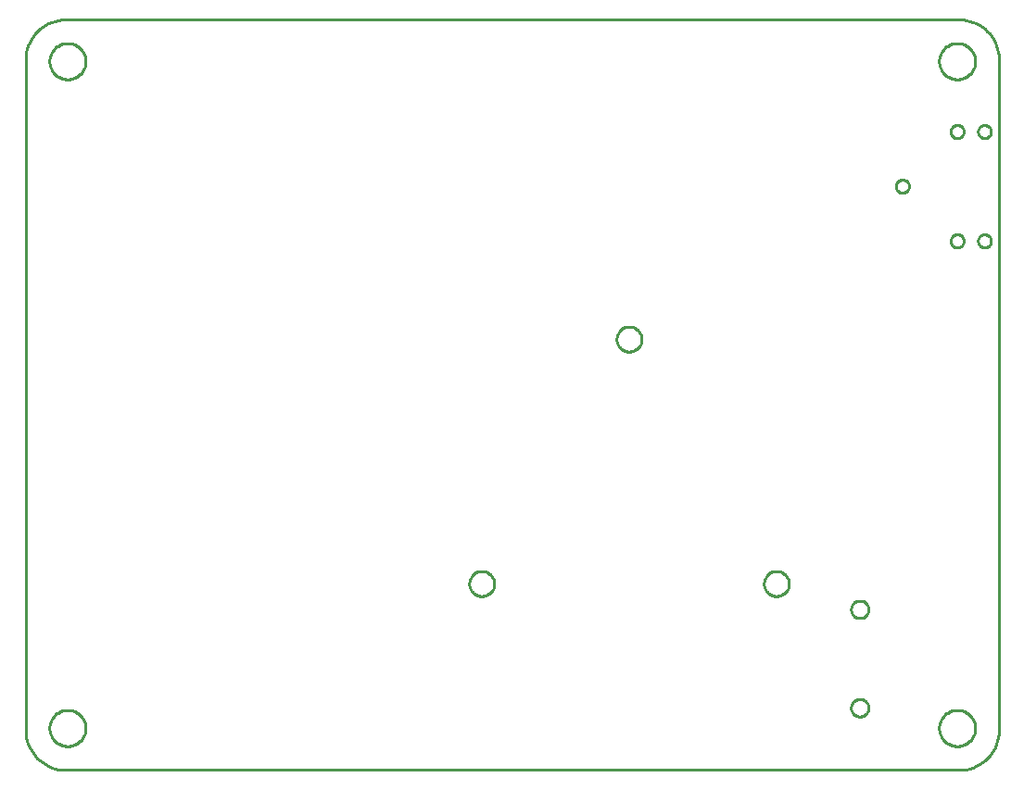
<source format=gbr>
G04 EAGLE Gerber RS-274X export*
G75*
%MOMM*%
%FSLAX34Y34*%
%LPD*%
%IN*%
%IPPOS*%
%AMOC8*
5,1,8,0,0,1.08239X$1,22.5*%
G01*
%ADD10C,0.254000*%


D10*
X0Y35921D02*
X137Y32790D01*
X546Y29683D01*
X1224Y26624D01*
X2166Y23635D01*
X3366Y20740D01*
X4813Y17961D01*
X6496Y15318D01*
X8404Y12831D01*
X10521Y10521D01*
X12831Y8404D01*
X15318Y6496D01*
X17961Y4813D01*
X20740Y3366D01*
X23635Y2166D01*
X26624Y1224D01*
X29683Y546D01*
X32790Y137D01*
X35921Y0D01*
X853079Y0D01*
X856210Y137D01*
X859317Y546D01*
X862376Y1224D01*
X865365Y2166D01*
X868260Y3366D01*
X871040Y4813D01*
X873682Y6496D01*
X876169Y8404D01*
X878479Y10521D01*
X880596Y12831D01*
X882504Y15318D01*
X884188Y17961D01*
X885634Y20740D01*
X886834Y23635D01*
X887776Y26624D01*
X888454Y29683D01*
X888863Y32790D01*
X889000Y35921D01*
X889000Y649879D01*
X888863Y653010D01*
X888454Y656117D01*
X887776Y659176D01*
X886834Y662165D01*
X885634Y665060D01*
X884188Y667840D01*
X882504Y670482D01*
X880596Y672969D01*
X878479Y675279D01*
X876169Y677396D01*
X873682Y679304D01*
X871040Y680988D01*
X868260Y682434D01*
X865365Y683634D01*
X862376Y684576D01*
X859317Y685254D01*
X856210Y685663D01*
X853079Y685800D01*
X35921Y685800D01*
X32790Y685663D01*
X29683Y685254D01*
X26624Y684576D01*
X23635Y683634D01*
X20740Y682434D01*
X17961Y680988D01*
X15318Y679304D01*
X12831Y677396D01*
X10521Y675279D01*
X8404Y672969D01*
X6496Y670482D01*
X4813Y667840D01*
X3366Y665060D01*
X2166Y662165D01*
X1224Y659176D01*
X546Y656117D01*
X137Y653010D01*
X0Y649879D01*
X0Y35921D01*
X562610Y394149D02*
X562540Y395045D01*
X562399Y395932D01*
X562189Y396805D01*
X561912Y397659D01*
X561568Y398489D01*
X561160Y399289D01*
X560691Y400055D01*
X560163Y400782D01*
X559580Y401465D01*
X558945Y402100D01*
X558262Y402683D01*
X557535Y403211D01*
X556769Y403680D01*
X555969Y404088D01*
X555139Y404432D01*
X554285Y404709D01*
X553412Y404919D01*
X552525Y405060D01*
X551629Y405130D01*
X550731Y405130D01*
X549836Y405060D01*
X548948Y404919D01*
X548075Y404709D01*
X547221Y404432D01*
X546391Y404088D01*
X545591Y403680D01*
X544825Y403211D01*
X544098Y402683D01*
X543415Y402100D01*
X542780Y401465D01*
X542197Y400782D01*
X541669Y400055D01*
X541200Y399289D01*
X540792Y398489D01*
X540448Y397659D01*
X540171Y396805D01*
X539961Y395932D01*
X539820Y395045D01*
X539750Y394149D01*
X539750Y393251D01*
X539820Y392356D01*
X539961Y391468D01*
X540171Y390595D01*
X540448Y389741D01*
X540792Y388911D01*
X541200Y388111D01*
X541669Y387345D01*
X542197Y386618D01*
X542780Y385935D01*
X543415Y385300D01*
X544098Y384717D01*
X544825Y384189D01*
X545591Y383720D01*
X546391Y383312D01*
X547221Y382968D01*
X548075Y382691D01*
X548948Y382481D01*
X549836Y382340D01*
X550731Y382270D01*
X551629Y382270D01*
X552525Y382340D01*
X553412Y382481D01*
X554285Y382691D01*
X555139Y382968D01*
X555969Y383312D01*
X556769Y383720D01*
X557535Y384189D01*
X558262Y384717D01*
X558945Y385300D01*
X559580Y385935D01*
X560163Y386618D01*
X560691Y387345D01*
X561160Y388111D01*
X561568Y388911D01*
X561912Y389741D01*
X562189Y390595D01*
X562399Y391468D01*
X562540Y392356D01*
X562610Y393251D01*
X562610Y394149D01*
X427990Y170629D02*
X427920Y171525D01*
X427779Y172412D01*
X427569Y173285D01*
X427292Y174139D01*
X426948Y174969D01*
X426540Y175769D01*
X426071Y176535D01*
X425543Y177262D01*
X424960Y177945D01*
X424325Y178580D01*
X423642Y179163D01*
X422915Y179691D01*
X422149Y180160D01*
X421349Y180568D01*
X420519Y180912D01*
X419665Y181189D01*
X418792Y181399D01*
X417905Y181540D01*
X417009Y181610D01*
X416111Y181610D01*
X415216Y181540D01*
X414328Y181399D01*
X413455Y181189D01*
X412601Y180912D01*
X411771Y180568D01*
X410971Y180160D01*
X410205Y179691D01*
X409478Y179163D01*
X408795Y178580D01*
X408160Y177945D01*
X407577Y177262D01*
X407049Y176535D01*
X406580Y175769D01*
X406172Y174969D01*
X405828Y174139D01*
X405551Y173285D01*
X405341Y172412D01*
X405200Y171525D01*
X405130Y170629D01*
X405130Y169731D01*
X405200Y168836D01*
X405341Y167948D01*
X405551Y167075D01*
X405828Y166221D01*
X406172Y165391D01*
X406580Y164591D01*
X407049Y163825D01*
X407577Y163098D01*
X408160Y162415D01*
X408795Y161780D01*
X409478Y161197D01*
X410205Y160669D01*
X410971Y160200D01*
X411771Y159792D01*
X412601Y159448D01*
X413455Y159171D01*
X414328Y158961D01*
X415216Y158820D01*
X416111Y158750D01*
X417009Y158750D01*
X417905Y158820D01*
X418792Y158961D01*
X419665Y159171D01*
X420519Y159448D01*
X421349Y159792D01*
X422149Y160200D01*
X422915Y160669D01*
X423642Y161197D01*
X424325Y161780D01*
X424960Y162415D01*
X425543Y163098D01*
X426071Y163825D01*
X426540Y164591D01*
X426948Y165391D01*
X427292Y166221D01*
X427569Y167075D01*
X427779Y167948D01*
X427920Y168836D01*
X427990Y169731D01*
X427990Y170629D01*
X697230Y170629D02*
X697160Y171525D01*
X697019Y172412D01*
X696809Y173285D01*
X696532Y174139D01*
X696188Y174969D01*
X695780Y175769D01*
X695311Y176535D01*
X694783Y177262D01*
X694200Y177945D01*
X693565Y178580D01*
X692882Y179163D01*
X692155Y179691D01*
X691389Y180160D01*
X690589Y180568D01*
X689759Y180912D01*
X688905Y181189D01*
X688032Y181399D01*
X687145Y181540D01*
X686249Y181610D01*
X685351Y181610D01*
X684456Y181540D01*
X683568Y181399D01*
X682695Y181189D01*
X681841Y180912D01*
X681011Y180568D01*
X680211Y180160D01*
X679445Y179691D01*
X678718Y179163D01*
X678035Y178580D01*
X677400Y177945D01*
X676817Y177262D01*
X676289Y176535D01*
X675820Y175769D01*
X675412Y174969D01*
X675068Y174139D01*
X674791Y173285D01*
X674581Y172412D01*
X674440Y171525D01*
X674370Y170629D01*
X674370Y169731D01*
X674440Y168836D01*
X674581Y167948D01*
X674791Y167075D01*
X675068Y166221D01*
X675412Y165391D01*
X675820Y164591D01*
X676289Y163825D01*
X676817Y163098D01*
X677400Y162415D01*
X678035Y161780D01*
X678718Y161197D01*
X679445Y160669D01*
X680211Y160200D01*
X681011Y159792D01*
X681841Y159448D01*
X682695Y159171D01*
X683568Y158961D01*
X684456Y158820D01*
X685351Y158750D01*
X686249Y158750D01*
X687145Y158820D01*
X688032Y158961D01*
X688905Y159171D01*
X689759Y159448D01*
X690589Y159792D01*
X691389Y160200D01*
X692155Y160669D01*
X692882Y161197D01*
X693565Y161780D01*
X694200Y162415D01*
X694783Y163098D01*
X695311Y163825D01*
X695780Y164591D01*
X696188Y165391D01*
X696532Y166221D01*
X696809Y167075D01*
X697019Y167948D01*
X697160Y168836D01*
X697230Y169731D01*
X697230Y170629D01*
X754000Y56993D02*
X754077Y57775D01*
X754230Y58546D01*
X754459Y59298D01*
X754759Y60025D01*
X755130Y60718D01*
X755567Y61371D01*
X756065Y61979D01*
X756621Y62535D01*
X757229Y63033D01*
X757882Y63470D01*
X758575Y63841D01*
X759302Y64141D01*
X760054Y64370D01*
X760825Y64523D01*
X761607Y64600D01*
X762393Y64600D01*
X763175Y64523D01*
X763946Y64370D01*
X764698Y64141D01*
X765425Y63841D01*
X766118Y63470D01*
X766771Y63033D01*
X767379Y62535D01*
X767935Y61979D01*
X768433Y61371D01*
X768870Y60718D01*
X769241Y60025D01*
X769541Y59298D01*
X769770Y58546D01*
X769923Y57775D01*
X770000Y56993D01*
X770000Y56207D01*
X769923Y55425D01*
X769770Y54654D01*
X769541Y53902D01*
X769241Y53175D01*
X768870Y52482D01*
X768433Y51829D01*
X767935Y51221D01*
X767379Y50665D01*
X766771Y50167D01*
X766118Y49730D01*
X765425Y49359D01*
X764698Y49059D01*
X763946Y48830D01*
X763175Y48677D01*
X762393Y48600D01*
X761607Y48600D01*
X760825Y48677D01*
X760054Y48830D01*
X759302Y49059D01*
X758575Y49359D01*
X757882Y49730D01*
X757229Y50167D01*
X756621Y50665D01*
X756065Y51221D01*
X755567Y51829D01*
X755130Y52482D01*
X754759Y53175D01*
X754459Y53902D01*
X754230Y54654D01*
X754077Y55425D01*
X754000Y56207D01*
X754000Y56993D01*
X754000Y146993D02*
X754077Y147775D01*
X754230Y148546D01*
X754459Y149298D01*
X754759Y150025D01*
X755130Y150718D01*
X755567Y151371D01*
X756065Y151979D01*
X756621Y152535D01*
X757229Y153033D01*
X757882Y153470D01*
X758575Y153841D01*
X759302Y154141D01*
X760054Y154370D01*
X760825Y154523D01*
X761607Y154600D01*
X762393Y154600D01*
X763175Y154523D01*
X763946Y154370D01*
X764698Y154141D01*
X765425Y153841D01*
X766118Y153470D01*
X766771Y153033D01*
X767379Y152535D01*
X767935Y151979D01*
X768433Y151371D01*
X768870Y150718D01*
X769241Y150025D01*
X769541Y149298D01*
X769770Y148546D01*
X769923Y147775D01*
X770000Y146993D01*
X770000Y146207D01*
X769923Y145425D01*
X769770Y144654D01*
X769541Y143902D01*
X769241Y143175D01*
X768870Y142482D01*
X768433Y141829D01*
X767935Y141221D01*
X767379Y140665D01*
X766771Y140167D01*
X766118Y139730D01*
X765425Y139359D01*
X764698Y139059D01*
X763946Y138830D01*
X763175Y138677D01*
X762393Y138600D01*
X761607Y138600D01*
X760825Y138677D01*
X760054Y138830D01*
X759302Y139059D01*
X758575Y139359D01*
X757882Y139730D01*
X757229Y140167D01*
X756621Y140665D01*
X756065Y141221D01*
X755567Y141829D01*
X755130Y142482D01*
X754759Y143175D01*
X754459Y143902D01*
X754230Y144654D01*
X754077Y145425D01*
X754000Y146207D01*
X754000Y146993D01*
X844900Y483737D02*
X844975Y484407D01*
X845125Y485064D01*
X845348Y485700D01*
X845640Y486307D01*
X845999Y486878D01*
X846419Y487404D01*
X846896Y487881D01*
X847423Y488301D01*
X847993Y488660D01*
X848600Y488952D01*
X849236Y489175D01*
X849893Y489325D01*
X850563Y489400D01*
X851237Y489400D01*
X851907Y489325D01*
X852564Y489175D01*
X853200Y488952D01*
X853807Y488660D01*
X854378Y488301D01*
X854904Y487881D01*
X855381Y487404D01*
X855801Y486878D01*
X856160Y486307D01*
X856452Y485700D01*
X856675Y485064D01*
X856825Y484407D01*
X856900Y483737D01*
X856900Y483063D01*
X856825Y482393D01*
X856675Y481736D01*
X856452Y481100D01*
X856160Y480493D01*
X855801Y479923D01*
X855381Y479396D01*
X854904Y478919D01*
X854378Y478499D01*
X853807Y478140D01*
X853200Y477848D01*
X852564Y477625D01*
X851907Y477475D01*
X851237Y477400D01*
X850563Y477400D01*
X849893Y477475D01*
X849236Y477625D01*
X848600Y477848D01*
X847993Y478140D01*
X847423Y478499D01*
X846896Y478919D01*
X846419Y479396D01*
X845999Y479923D01*
X845640Y480493D01*
X845348Y481100D01*
X845125Y481736D01*
X844975Y482393D01*
X844900Y483063D01*
X844900Y483737D01*
X869900Y483737D02*
X869975Y484407D01*
X870125Y485064D01*
X870348Y485700D01*
X870640Y486307D01*
X870999Y486878D01*
X871419Y487404D01*
X871896Y487881D01*
X872423Y488301D01*
X872993Y488660D01*
X873600Y488952D01*
X874236Y489175D01*
X874893Y489325D01*
X875563Y489400D01*
X876237Y489400D01*
X876907Y489325D01*
X877564Y489175D01*
X878200Y488952D01*
X878807Y488660D01*
X879378Y488301D01*
X879904Y487881D01*
X880381Y487404D01*
X880801Y486878D01*
X881160Y486307D01*
X881452Y485700D01*
X881675Y485064D01*
X881825Y484407D01*
X881900Y483737D01*
X881900Y483063D01*
X881825Y482393D01*
X881675Y481736D01*
X881452Y481100D01*
X881160Y480493D01*
X880801Y479923D01*
X880381Y479396D01*
X879904Y478919D01*
X879378Y478499D01*
X878807Y478140D01*
X878200Y477848D01*
X877564Y477625D01*
X876907Y477475D01*
X876237Y477400D01*
X875563Y477400D01*
X874893Y477475D01*
X874236Y477625D01*
X873600Y477848D01*
X872993Y478140D01*
X872423Y478499D01*
X871896Y478919D01*
X871419Y479396D01*
X870999Y479923D01*
X870640Y480493D01*
X870348Y481100D01*
X870125Y481736D01*
X869975Y482393D01*
X869900Y483063D01*
X869900Y483737D01*
X869900Y583737D02*
X869975Y584407D01*
X870125Y585064D01*
X870348Y585700D01*
X870640Y586307D01*
X870999Y586878D01*
X871419Y587404D01*
X871896Y587881D01*
X872423Y588301D01*
X872993Y588660D01*
X873600Y588952D01*
X874236Y589175D01*
X874893Y589325D01*
X875563Y589400D01*
X876237Y589400D01*
X876907Y589325D01*
X877564Y589175D01*
X878200Y588952D01*
X878807Y588660D01*
X879378Y588301D01*
X879904Y587881D01*
X880381Y587404D01*
X880801Y586878D01*
X881160Y586307D01*
X881452Y585700D01*
X881675Y585064D01*
X881825Y584407D01*
X881900Y583737D01*
X881900Y583063D01*
X881825Y582393D01*
X881675Y581736D01*
X881452Y581100D01*
X881160Y580493D01*
X880801Y579923D01*
X880381Y579396D01*
X879904Y578919D01*
X879378Y578499D01*
X878807Y578140D01*
X878200Y577848D01*
X877564Y577625D01*
X876907Y577475D01*
X876237Y577400D01*
X875563Y577400D01*
X874893Y577475D01*
X874236Y577625D01*
X873600Y577848D01*
X872993Y578140D01*
X872423Y578499D01*
X871896Y578919D01*
X871419Y579396D01*
X870999Y579923D01*
X870640Y580493D01*
X870348Y581100D01*
X870125Y581736D01*
X869975Y582393D01*
X869900Y583063D01*
X869900Y583737D01*
X844900Y583737D02*
X844975Y584407D01*
X845125Y585064D01*
X845348Y585700D01*
X845640Y586307D01*
X845999Y586878D01*
X846419Y587404D01*
X846896Y587881D01*
X847423Y588301D01*
X847993Y588660D01*
X848600Y588952D01*
X849236Y589175D01*
X849893Y589325D01*
X850563Y589400D01*
X851237Y589400D01*
X851907Y589325D01*
X852564Y589175D01*
X853200Y588952D01*
X853807Y588660D01*
X854378Y588301D01*
X854904Y587881D01*
X855381Y587404D01*
X855801Y586878D01*
X856160Y586307D01*
X856452Y585700D01*
X856675Y585064D01*
X856825Y584407D01*
X856900Y583737D01*
X856900Y583063D01*
X856825Y582393D01*
X856675Y581736D01*
X856452Y581100D01*
X856160Y580493D01*
X855801Y579923D01*
X855381Y579396D01*
X854904Y578919D01*
X854378Y578499D01*
X853807Y578140D01*
X853200Y577848D01*
X852564Y577625D01*
X851907Y577475D01*
X851237Y577400D01*
X850563Y577400D01*
X849893Y577475D01*
X849236Y577625D01*
X848600Y577848D01*
X847993Y578140D01*
X847423Y578499D01*
X846896Y578919D01*
X846419Y579396D01*
X845999Y579923D01*
X845640Y580493D01*
X845348Y581100D01*
X845125Y581736D01*
X844975Y582393D01*
X844900Y583063D01*
X844900Y583737D01*
X794900Y533737D02*
X794975Y534407D01*
X795125Y535064D01*
X795348Y535700D01*
X795640Y536307D01*
X795999Y536878D01*
X796419Y537404D01*
X796896Y537881D01*
X797423Y538301D01*
X797993Y538660D01*
X798600Y538952D01*
X799236Y539175D01*
X799893Y539325D01*
X800563Y539400D01*
X801237Y539400D01*
X801907Y539325D01*
X802564Y539175D01*
X803200Y538952D01*
X803807Y538660D01*
X804378Y538301D01*
X804904Y537881D01*
X805381Y537404D01*
X805801Y536878D01*
X806160Y536307D01*
X806452Y535700D01*
X806675Y535064D01*
X806825Y534407D01*
X806900Y533737D01*
X806900Y533063D01*
X806825Y532393D01*
X806675Y531736D01*
X806452Y531100D01*
X806160Y530493D01*
X805801Y529923D01*
X805381Y529396D01*
X804904Y528919D01*
X804378Y528499D01*
X803807Y528140D01*
X803200Y527848D01*
X802564Y527625D01*
X801907Y527475D01*
X801237Y527400D01*
X800563Y527400D01*
X799893Y527475D01*
X799236Y527625D01*
X798600Y527848D01*
X797993Y528140D01*
X797423Y528499D01*
X796896Y528919D01*
X796419Y529396D01*
X795999Y529923D01*
X795640Y530493D01*
X795348Y531100D01*
X795125Y531736D01*
X794975Y532393D01*
X794900Y533063D01*
X794900Y533737D01*
X54610Y37560D02*
X54539Y36481D01*
X54398Y35409D01*
X54187Y34349D01*
X53908Y33305D01*
X53560Y32281D01*
X53146Y31283D01*
X52668Y30313D01*
X52128Y29377D01*
X51527Y28478D01*
X50869Y27621D01*
X50157Y26808D01*
X49392Y26044D01*
X48579Y25331D01*
X47722Y24673D01*
X46823Y24072D01*
X45887Y23532D01*
X44917Y23054D01*
X43919Y22640D01*
X42895Y22292D01*
X41851Y22013D01*
X40791Y21802D01*
X39719Y21661D01*
X38640Y21590D01*
X37560Y21590D01*
X36481Y21661D01*
X35409Y21802D01*
X34349Y22013D01*
X33305Y22292D01*
X32281Y22640D01*
X31283Y23054D01*
X30313Y23532D01*
X29377Y24072D01*
X28478Y24673D01*
X27621Y25331D01*
X26808Y26044D01*
X26044Y26808D01*
X25331Y27621D01*
X24673Y28478D01*
X24072Y29377D01*
X23532Y30313D01*
X23054Y31283D01*
X22640Y32281D01*
X22292Y33305D01*
X22013Y34349D01*
X21802Y35409D01*
X21661Y36481D01*
X21590Y37560D01*
X21590Y38640D01*
X21661Y39719D01*
X21802Y40791D01*
X22013Y41851D01*
X22292Y42895D01*
X22640Y43919D01*
X23054Y44917D01*
X23532Y45887D01*
X24072Y46823D01*
X24673Y47722D01*
X25331Y48579D01*
X26044Y49392D01*
X26808Y50157D01*
X27621Y50869D01*
X28478Y51527D01*
X29377Y52128D01*
X30313Y52668D01*
X31283Y53146D01*
X32281Y53560D01*
X33305Y53908D01*
X34349Y54187D01*
X35409Y54398D01*
X36481Y54539D01*
X37560Y54610D01*
X38640Y54610D01*
X39719Y54539D01*
X40791Y54398D01*
X41851Y54187D01*
X42895Y53908D01*
X43919Y53560D01*
X44917Y53146D01*
X45887Y52668D01*
X46823Y52128D01*
X47722Y51527D01*
X48579Y50869D01*
X49392Y50157D01*
X50157Y49392D01*
X50869Y48579D01*
X51527Y47722D01*
X52128Y46823D01*
X52668Y45887D01*
X53146Y44917D01*
X53560Y43919D01*
X53908Y42895D01*
X54187Y41851D01*
X54398Y40791D01*
X54539Y39719D01*
X54610Y38640D01*
X54610Y37560D01*
X867410Y37560D02*
X867339Y36481D01*
X867198Y35409D01*
X866987Y34349D01*
X866708Y33305D01*
X866360Y32281D01*
X865946Y31283D01*
X865468Y30313D01*
X864928Y29377D01*
X864327Y28478D01*
X863669Y27621D01*
X862957Y26808D01*
X862192Y26044D01*
X861379Y25331D01*
X860522Y24673D01*
X859623Y24072D01*
X858687Y23532D01*
X857717Y23054D01*
X856719Y22640D01*
X855695Y22292D01*
X854651Y22013D01*
X853591Y21802D01*
X852519Y21661D01*
X851440Y21590D01*
X850360Y21590D01*
X849281Y21661D01*
X848209Y21802D01*
X847149Y22013D01*
X846105Y22292D01*
X845081Y22640D01*
X844083Y23054D01*
X843113Y23532D01*
X842177Y24072D01*
X841278Y24673D01*
X840421Y25331D01*
X839608Y26044D01*
X838844Y26808D01*
X838131Y27621D01*
X837473Y28478D01*
X836872Y29377D01*
X836332Y30313D01*
X835854Y31283D01*
X835440Y32281D01*
X835092Y33305D01*
X834813Y34349D01*
X834602Y35409D01*
X834461Y36481D01*
X834390Y37560D01*
X834390Y38640D01*
X834461Y39719D01*
X834602Y40791D01*
X834813Y41851D01*
X835092Y42895D01*
X835440Y43919D01*
X835854Y44917D01*
X836332Y45887D01*
X836872Y46823D01*
X837473Y47722D01*
X838131Y48579D01*
X838844Y49392D01*
X839608Y50157D01*
X840421Y50869D01*
X841278Y51527D01*
X842177Y52128D01*
X843113Y52668D01*
X844083Y53146D01*
X845081Y53560D01*
X846105Y53908D01*
X847149Y54187D01*
X848209Y54398D01*
X849281Y54539D01*
X850360Y54610D01*
X851440Y54610D01*
X852519Y54539D01*
X853591Y54398D01*
X854651Y54187D01*
X855695Y53908D01*
X856719Y53560D01*
X857717Y53146D01*
X858687Y52668D01*
X859623Y52128D01*
X860522Y51527D01*
X861379Y50869D01*
X862192Y50157D01*
X862957Y49392D01*
X863669Y48579D01*
X864327Y47722D01*
X864928Y46823D01*
X865468Y45887D01*
X865946Y44917D01*
X866360Y43919D01*
X866708Y42895D01*
X866987Y41851D01*
X867198Y40791D01*
X867339Y39719D01*
X867410Y38640D01*
X867410Y37560D01*
X54610Y647160D02*
X54539Y646081D01*
X54398Y645009D01*
X54187Y643949D01*
X53908Y642905D01*
X53560Y641881D01*
X53146Y640883D01*
X52668Y639913D01*
X52128Y638977D01*
X51527Y638078D01*
X50869Y637221D01*
X50157Y636408D01*
X49392Y635644D01*
X48579Y634931D01*
X47722Y634273D01*
X46823Y633672D01*
X45887Y633132D01*
X44917Y632654D01*
X43919Y632240D01*
X42895Y631892D01*
X41851Y631613D01*
X40791Y631402D01*
X39719Y631261D01*
X38640Y631190D01*
X37560Y631190D01*
X36481Y631261D01*
X35409Y631402D01*
X34349Y631613D01*
X33305Y631892D01*
X32281Y632240D01*
X31283Y632654D01*
X30313Y633132D01*
X29377Y633672D01*
X28478Y634273D01*
X27621Y634931D01*
X26808Y635644D01*
X26044Y636408D01*
X25331Y637221D01*
X24673Y638078D01*
X24072Y638977D01*
X23532Y639913D01*
X23054Y640883D01*
X22640Y641881D01*
X22292Y642905D01*
X22013Y643949D01*
X21802Y645009D01*
X21661Y646081D01*
X21590Y647160D01*
X21590Y648240D01*
X21661Y649319D01*
X21802Y650391D01*
X22013Y651451D01*
X22292Y652495D01*
X22640Y653519D01*
X23054Y654517D01*
X23532Y655487D01*
X24072Y656423D01*
X24673Y657322D01*
X25331Y658179D01*
X26044Y658992D01*
X26808Y659757D01*
X27621Y660469D01*
X28478Y661127D01*
X29377Y661728D01*
X30313Y662268D01*
X31283Y662746D01*
X32281Y663160D01*
X33305Y663508D01*
X34349Y663787D01*
X35409Y663998D01*
X36481Y664139D01*
X37560Y664210D01*
X38640Y664210D01*
X39719Y664139D01*
X40791Y663998D01*
X41851Y663787D01*
X42895Y663508D01*
X43919Y663160D01*
X44917Y662746D01*
X45887Y662268D01*
X46823Y661728D01*
X47722Y661127D01*
X48579Y660469D01*
X49392Y659757D01*
X50157Y658992D01*
X50869Y658179D01*
X51527Y657322D01*
X52128Y656423D01*
X52668Y655487D01*
X53146Y654517D01*
X53560Y653519D01*
X53908Y652495D01*
X54187Y651451D01*
X54398Y650391D01*
X54539Y649319D01*
X54610Y648240D01*
X54610Y647160D01*
X867410Y647160D02*
X867339Y646081D01*
X867198Y645009D01*
X866987Y643949D01*
X866708Y642905D01*
X866360Y641881D01*
X865946Y640883D01*
X865468Y639913D01*
X864928Y638977D01*
X864327Y638078D01*
X863669Y637221D01*
X862957Y636408D01*
X862192Y635644D01*
X861379Y634931D01*
X860522Y634273D01*
X859623Y633672D01*
X858687Y633132D01*
X857717Y632654D01*
X856719Y632240D01*
X855695Y631892D01*
X854651Y631613D01*
X853591Y631402D01*
X852519Y631261D01*
X851440Y631190D01*
X850360Y631190D01*
X849281Y631261D01*
X848209Y631402D01*
X847149Y631613D01*
X846105Y631892D01*
X845081Y632240D01*
X844083Y632654D01*
X843113Y633132D01*
X842177Y633672D01*
X841278Y634273D01*
X840421Y634931D01*
X839608Y635644D01*
X838844Y636408D01*
X838131Y637221D01*
X837473Y638078D01*
X836872Y638977D01*
X836332Y639913D01*
X835854Y640883D01*
X835440Y641881D01*
X835092Y642905D01*
X834813Y643949D01*
X834602Y645009D01*
X834461Y646081D01*
X834390Y647160D01*
X834390Y648240D01*
X834461Y649319D01*
X834602Y650391D01*
X834813Y651451D01*
X835092Y652495D01*
X835440Y653519D01*
X835854Y654517D01*
X836332Y655487D01*
X836872Y656423D01*
X837473Y657322D01*
X838131Y658179D01*
X838844Y658992D01*
X839608Y659757D01*
X840421Y660469D01*
X841278Y661127D01*
X842177Y661728D01*
X843113Y662268D01*
X844083Y662746D01*
X845081Y663160D01*
X846105Y663508D01*
X847149Y663787D01*
X848209Y663998D01*
X849281Y664139D01*
X850360Y664210D01*
X851440Y664210D01*
X852519Y664139D01*
X853591Y663998D01*
X854651Y663787D01*
X855695Y663508D01*
X856719Y663160D01*
X857717Y662746D01*
X858687Y662268D01*
X859623Y661728D01*
X860522Y661127D01*
X861379Y660469D01*
X862192Y659757D01*
X862957Y658992D01*
X863669Y658179D01*
X864327Y657322D01*
X864928Y656423D01*
X865468Y655487D01*
X865946Y654517D01*
X866360Y653519D01*
X866708Y652495D01*
X866987Y651451D01*
X867198Y650391D01*
X867339Y649319D01*
X867410Y648240D01*
X867410Y647160D01*
M02*

</source>
